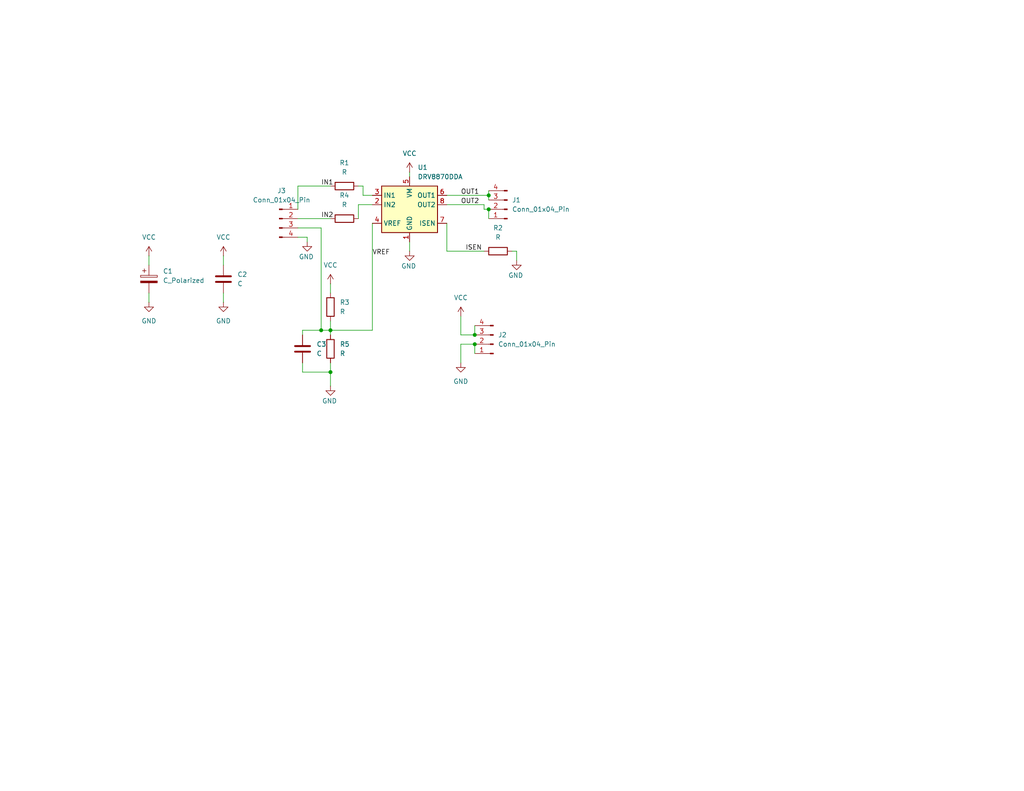
<source format=kicad_sch>
(kicad_sch (version 20250114) (generator "eeschema") (generator_version "9.0")
  (paper "USLetter")
  (title_block (title "PH 20240729") (date "2025-11-20"))
  (lib_symbols
    (symbol "Connector:Conn_01x04_Pin" (pin_names (offset 1.016) (hide yes))
      (property "Reference" "J" (at 0 5.08 0))
      (property "Value" "Conn_01x04_Pin" (at 0 -7.62 0))
      (symbol "Conn_01x04_Pin_1_1"
        (rectangle (start 0.8636 2.667) (end 0 2.413) (stroke (width 0.1524)) (fill (type outline)))
        (rectangle (start 0.8636 0.127) (end 0 -0.127) (stroke (width 0.1524)) (fill (type outline)))
        (rectangle (start 0.8636 -2.413) (end 0 -2.667) (stroke (width 0.1524)) (fill (type outline)))
        (rectangle (start 0.8636 -4.953) (end 0 -5.207) (stroke (width 0.1524)) (fill (type outline)))
        (polyline (pts (xy 1.27 2.54) (xy 0.8636 2.54)) (stroke (width 0.1524)))
        (polyline (pts (xy 1.27 0) (xy 0.8636 0)) (stroke (width 0.1524)))
        (polyline (pts (xy 1.27 -2.54) (xy 0.8636 -2.54)) (stroke (width 0.1524)))
        (polyline (pts (xy 1.27 -5.08) (xy 0.8636 -5.08)) (stroke (width 0.1524)))
        (pin passive line (at 5.08 2.54 180) (length 3.81) (name "Pin_1") (number "1"))
        (pin passive line (at 5.08 0 180) (length 3.81) (name "Pin_2") (number "2"))
        (pin passive line (at 5.08 -2.54 180) (length 3.81) (name "Pin_3") (number "3"))
        (pin passive line (at 5.08 -5.08 180) (length 3.81) (name "Pin_4") (number "4"))
      )
    )
    (symbol "Device:C" (pin_numbers (hide yes)) (pin_names (offset 0.254))
      (property "Reference" "C" (at 0.635 2.54 0))
      (property "Value" "C" (at 0.635 -2.54 0))
      (symbol "C_0_1"
        (polyline (pts (xy -2.032 0.762) (xy 2.032 0.762)) (stroke (width 0.508)))
        (polyline (pts (xy -2.032 -0.762) (xy 2.032 -0.762)) (stroke (width 0.508)))
      )
      (symbol "C_1_1"
        (pin passive line (at 0 3.81 270) (length 2.794) (name "~") (number "1"))
        (pin passive line (at 0 -3.81 90) (length 2.794) (name "~") (number "2"))
      )
    )
    (symbol "Device:C_Polarized" (pin_numbers (hide yes)) (pin_names (offset 0.254))
      (property "Reference" "C" (at 0.635 2.54 0))
      (property "Value" "C_Polarized" (at 0.635 -2.54 0))
      (symbol "C_Polarized_0_1"
        (rectangle (start -2.286 0.508) (end 2.286 1.016))
        (polyline (pts (xy -1.778 2.286) (xy -0.762 2.286)))
        (polyline (pts (xy -1.27 2.794) (xy -1.27 1.778)))
        (rectangle (start 2.286 -0.508) (end -2.286 -1.016) (fill (type outline)))
      )
      (symbol "C_Polarized_1_1"
        (pin passive line (at 0 3.81 270) (length 2.794) (name "~") (number "1"))
        (pin passive line (at 0 -3.81 90) (length 2.794) (name "~") (number "2"))
      )
    )
    (symbol "Device:R" (pin_numbers (hide yes)) (pin_names (offset 0))
      (property "Reference" "R" (at 2.032 0 90))
      (property "Value" "R" (at 0 0 90))
      (symbol "R_0_1"
        (rectangle (start -1.016 -2.54) (end 1.016 2.54) (stroke (width 0.254)))
      )
      (symbol "R_1_1"
        (pin passive line (at 0 3.81 270) (length 1.27) (name "~") (number "1"))
        (pin passive line (at 0 -3.81 90) (length 1.27) (name "~") (number "2"))
      )
    )
    (symbol "Driver_Motor:DRV8870DDA"
      (property "Reference" "U" (at -6.35 6.35 0))
      (property "Value" "DRV8870DDA" (at 8.89 6.35 0))
      (symbol "DRV8870DDA_0_1"
        (rectangle (start -7.62 5.08) (end 7.62 -7.62) (stroke (width 0.254)) (fill (type background)))
      )
      (symbol "DRV8870DDA_1_1"
        (pin input line (at -10.16 2.54 0) (length 2.54) (name "IN1") (number "3"))
        (pin input line (at -10.16 0 0) (length 2.54) (name "IN2") (number "2"))
        (pin input line (at -10.16 -5.08 0) (length 2.54) (name "VREF") (number "4"))
        (pin power_in line (at 0 7.62 270) (length 2.54) (name "VM") (number "5"))
        (pin power_in line (at 0 -10.16 90) (length 2.54) (name "GND") (number "1"))
        (pin passive line (at 0 -10.16 90) (length 2.54) (hide yes) (name "GND") (number "9"))
        (pin output line (at 10.16 2.54 180) (length 2.54) (name "OUT1") (number "6"))
        (pin output line (at 10.16 0 180) (length 2.54) (name "OUT2") (number "8"))
        (pin passive line (at 10.16 -5.08 180) (length 2.54) (name "ISEN") (number "7"))
      )
    )
    (symbol "power:GND" (power) (pin_numbers (hide yes)) (pin_names (offset 0) (hide yes))
      (property "Value" "GND" (at 0 -3.81 0))
      (symbol "GND_0_1"
        (polyline (pts (xy 0 0) (xy 0 -1.27) (xy 1.27 -1.27) (xy 0 -2.54) (xy -1.27 -1.27) (xy 0 -1.27)))
      )
      (symbol "GND_1_1"
        (pin power_in line (at 0 0 270) (length 0) (name "~") (number "1"))
      )
    )
    (symbol "power:VCC" (power) (pin_numbers (hide yes)) (pin_names (offset 0) (hide yes))
      (property "Value" "VCC" (at 0 3.556 0))
      (symbol "VCC_0_1"
        (polyline (pts (xy -0.762 1.27) (xy 0 2.54)))
        (polyline (pts (xy 0 2.54) (xy 0.762 1.27)))
        (polyline (pts (xy 0 0) (xy 0 2.54)))
      )
      (symbol "VCC_1_1"
        (pin power_in line (at 0 0 90) (length 0) (name "~") (number "1"))
      )
    )
  )
  (junction (at 129.54 91.44))
  (junction (at 90.17 101.6))
  (junction (at 129.54 93.98))
  (junction (at 133.35 57.15))
  (junction (at 90.17 90.17))
  (junction (at 133.35 53.34))
  (junction (at 87.63 90.17))
  (wire (pts (xy 111.76 46.99) (xy 111.76 48.26)))
  (wire (pts (xy 90.17 90.17) (xy 90.17 91.44)))
  (wire (pts (xy 99.06 50.8) (xy 99.06 53.34)))
  (wire (pts (xy 121.92 55.88) (xy 132.08 55.88)))
  (wire (pts (xy 125.73 86.36) (xy 125.73 91.44)))
  (wire (pts (xy 101.6 90.17) (xy 90.17 90.17)))
  (wire (pts (xy 132.08 55.88) (xy 132.08 57.15)))
  (wire (pts (xy 87.63 90.17) (xy 90.17 90.17)))
  (wire (pts (xy 129.54 88.9) (xy 129.54 91.44)))
  (wire (pts (xy 121.92 53.34) (xy 133.35 53.34)))
  (wire (pts (xy 83.82 64.77) (xy 83.82 66.04)))
  (wire (pts (xy 121.92 68.58) (xy 132.08 68.58)))
  (wire (pts (xy 90.17 99.06) (xy 90.17 101.6)))
  (wire (pts (xy 97.79 55.88) (xy 97.79 59.69)))
  (wire (pts (xy 133.35 59.69) (xy 133.35 57.15)))
  (wire (pts (xy 81.28 59.69) (xy 90.17 59.69)))
  (wire (pts (xy 121.92 68.58) (xy 121.92 60.96)))
  (wire (pts (xy 125.73 99.06) (xy 125.73 93.98)))
  (wire (pts (xy 90.17 77.47) (xy 90.17 80.01)))
  (wire (pts (xy 133.35 53.34) (xy 133.35 54.61)))
  (wire (pts (xy 90.17 101.6) (xy 90.17 105.41)))
  (wire (pts (xy 82.55 99.06) (xy 82.55 101.6)))
  (wire (pts (xy 139.7 68.58) (xy 140.97 68.58)))
  (wire (pts (xy 81.28 64.77) (xy 83.82 64.77)))
  (wire (pts (xy 40.64 69.85) (xy 40.64 72.39)))
  (wire (pts (xy 40.64 80.01) (xy 40.64 82.55)))
  (wire (pts (xy 111.76 66.04) (xy 111.76 68.58)))
  (wire (pts (xy 125.73 91.44) (xy 129.54 91.44)))
  (wire (pts (xy 60.96 69.85) (xy 60.96 72.39)))
  (wire (pts (xy 82.55 90.17) (xy 87.63 90.17)))
  (wire (pts (xy 129.54 93.98) (xy 129.54 96.52)))
  (wire (pts (xy 101.6 60.96) (xy 101.6 90.17)))
  (wire (pts (xy 81.28 50.8) (xy 90.17 50.8)))
  (wire (pts (xy 132.08 57.15) (xy 133.35 57.15)))
  (wire (pts (xy 101.6 55.88) (xy 97.79 55.88)))
  (wire (pts (xy 82.55 101.6) (xy 90.17 101.6)))
  (wire (pts (xy 60.96 80.01) (xy 60.96 82.55)))
  (wire (pts (xy 90.17 87.63) (xy 90.17 90.17)))
  (wire (pts (xy 82.55 91.44) (xy 82.55 90.17)))
  (wire (pts (xy 99.06 53.34) (xy 101.6 53.34)))
  (wire (pts (xy 87.63 62.23) (xy 87.63 90.17)))
  (wire (pts (xy 133.35 53.34) (xy 133.35 52.07)))
  (wire (pts (xy 81.28 62.23) (xy 87.63 62.23)))
  (wire (pts (xy 81.28 50.8) (xy 81.28 57.15)))
  (wire (pts (xy 97.79 50.8) (xy 99.06 50.8)))
  (wire (pts (xy 125.73 93.98) (xy 129.54 93.98)))
  (wire (pts (xy 140.97 68.58) (xy 140.97 71.12)))
  (label "VREF" (at 101.6 69.85 0))
  (label "IN2" (at 87.63 59.69 0))
  (label "OUT2" (at 125.73 55.88 0))
  (label "ISEN" (at 127 68.58 0))
  (label "IN1" (at 87.63 50.8 0))
  (label "OUT1" (at 125.73 53.34 0))
  (symbol (lib_id "Connector:Conn_01x04_Pin") (at 138.43 57.15 180) (unit 1)
    (property "Reference" "J1" (at 139.7 54.6099 0) (effects (justify right)))
    (property "Value" "Conn_01x04_Pin" (at 139.7 57.1499 0) (effects (justify right)))
    (property "Footprint" "Connector_PinHeader_2.54mm:PinHeader_1x04_P2.54mm_Vertical" (effects (hide yes)))
    (property "Description" "Generic connector, single row, 01x04, script generated" (effects (hide yes)))
  )
  (symbol (lib_id "power:VCC") (at 111.76 46.99 0) (unit 1)
    (property "Reference" "#PWR08" (effects (hide yes)))
    (property "Value" "VCC" (at 111.76 41.91 0))
    (property "Description" "Power symbol creates a global label with name \"VCC\"" (effects (hide yes)))
  )
  (symbol (lib_id "power:GND") (at 125.73 99.06 0) (unit 1)
    (property "Reference" "#PWR01" (effects (hide yes)))
    (property "Value" "GND" (at 125.73 104.14 0))
    (property "Description" "Power symbol creates a global label with name \"GND\" , ground" (effects (hide yes)))
  )
  (symbol (lib_id "Device:R") (at 90.17 83.82 0) (unit 1)
    (property "Reference" "R3" (at 92.71 82.5499 0) (effects (justify left)))
    (property "Value" "R" (at 92.71 85.0899 0) (effects (justify left)))
    (property "Footprint" "Resistor_SMD:R_0805_2012Metric" (effects (hide yes)))
    (property "Description" "Resistor" (effects (hide yes)))
  )
  (symbol (lib_id "power:VCC") (at 125.73 86.36 0) (unit 1)
    (property "Reference" "#PWR02" (effects (hide yes)))
    (property "Value" "VCC" (at 125.73 81.28 0))
    (property "Description" "Power symbol creates a global label with name \"VCC\"" (effects (hide yes)))
  )
  (symbol (lib_id "Device:C") (at 60.96 76.2 0) (unit 1)
    (property "Reference" "C2" (at 64.77 74.9299 0) (effects (justify left)))
    (property "Value" "C" (at 64.77 77.4699 0) (effects (justify left)))
    (property "Footprint" "Resistor_SMD:R_0805_2012Metric" (effects (hide yes)))
    (property "Description" "Unpolarized capacitor" (effects (hide yes)))
  )
  (symbol (lib_id "Device:R") (at 93.98 50.8 90) (unit 1)
    (property "Reference" "R1" (at 93.98 44.45 90))
    (property "Value" "R" (at 93.98 46.99 90))
    (property "Footprint" "Resistor_SMD:R_0805_2012Metric" (effects (hide yes)))
    (property "Description" "Resistor" (effects (hide yes)))
  )
  (symbol (lib_id "Device:R") (at 90.17 95.25 0) (unit 1)
    (property "Reference" "R5" (at 92.71 93.9799 0) (effects (justify left)))
    (property "Value" "R" (at 92.71 96.5199 0) (effects (justify left)))
    (property "Footprint" "Resistor_SMD:R_0805_2012Metric" (effects (hide yes)))
    (property "Description" "Resistor" (effects (hide yes)))
  )
  (symbol (lib_id "power:VCC") (at 60.96 69.85 0) (unit 1)
    (property "Reference" "#PWR06" (effects (hide yes)))
    (property "Value" "VCC" (at 60.96 64.77 0))
    (property "Description" "Power symbol creates a global label with name \"VCC\"" (effects (hide yes)))
  )
  (symbol (lib_id "Connector:Conn_01x04_Pin") (at 134.62 93.98 180) (unit 1)
    (property "Reference" "J2" (at 135.89 91.4399 0) (effects (justify right)))
    (property "Value" "Conn_01x04_Pin" (at 135.89 93.9799 0) (effects (justify right)))
    (property "Footprint" "Connector_PinHeader_2.54mm:PinHeader_1x04_P2.54mm_Vertical" (effects (hide yes)))
    (property "Description" "Generic connector, single row, 01x04, script generated" (effects (hide yes)))
  )
  (symbol (lib_id "Device:R") (at 135.89 68.58 90) (unit 1)
    (property "Reference" "R2" (at 135.89 62.23 90))
    (property "Value" "R" (at 135.89 64.77 90))
    (property "Footprint" "Capacitor_SMD:C_1206_3216Metric" (effects (hide yes)))
    (property "Description" "Resistor" (effects (hide yes)))
  )
  (symbol (lib_id "power:GND") (at 60.96 82.55 0) (unit 1)
    (property "Reference" "#PWR04" (effects (hide yes)))
    (property "Value" "GND" (at 60.96 87.63 0))
    (property "Description" "Power symbol creates a global label with name \"GND\" , ground" (effects (hide yes)))
  )
  (symbol (lib_id "power:GND") (at 40.64 82.55 0) (unit 1)
    (property "Reference" "#PWR03" (effects (hide yes)))
    (property "Value" "GND" (at 40.64 87.63 0))
    (property "Description" "Power symbol creates a global label with name \"GND\" , ground" (effects (hide yes)))
  )
  (symbol (lib_id "power:GND") (at 140.97 71.12 0) (unit 1)
    (property "Reference" "#PWR012" (effects (hide yes)))
    (property "Value" "GND" (at 140.716 75.184 0))
    (property "Description" "Power symbol creates a global label with name \"GND\" , ground" (effects (hide yes)))
  )
  (symbol (lib_id "power:GND") (at 111.76 68.58 0) (unit 1)
    (property "Reference" "#PWR07" (effects (hide yes)))
    (property "Value" "GND" (at 111.506 72.644 0))
    (property "Description" "Power symbol creates a global label with name \"GND\" , ground" (effects (hide yes)))
  )
  (symbol (lib_id "Device:C") (at 82.55 95.25 0) (unit 1)
    (property "Reference" "C3" (at 86.36 93.9799 0) (effects (justify left)))
    (property "Value" "C" (at 86.36 96.5199 0) (effects (justify left)))
    (property "Footprint" "Resistor_SMD:R_0805_2012Metric" (effects (hide yes)))
    (property "Description" "Unpolarized capacitor" (effects (hide yes)))
  )
  (symbol (lib_id "power:GND") (at 90.17 105.41 0) (unit 1)
    (property "Reference" "#PWR010" (effects (hide yes)))
    (property "Value" "GND" (at 89.916 109.474 0))
    (property "Description" "Power symbol creates a global label with name \"GND\" , ground" (effects (hide yes)))
  )
  (symbol (lib_id "power:VCC") (at 40.64 69.85 0) (unit 1)
    (property "Reference" "#PWR05" (effects (hide yes)))
    (property "Value" "VCC" (at 40.64 64.77 0))
    (property "Description" "Power symbol creates a global label with name \"VCC\"" (effects (hide yes)))
  )
  (symbol (lib_id "power:GND") (at 83.82 66.04 0) (unit 1)
    (property "Reference" "#PWR011" (effects (hide yes)))
    (property "Value" "GND" (at 83.566 70.104 0))
    (property "Description" "Power symbol creates a global label with name \"GND\" , ground" (effects (hide yes)))
  )
  (symbol (lib_id "Driver_Motor:DRV8870DDA") (at 111.76 55.88 0) (unit 1)
    (property "Reference" "U1" (at 113.9541 45.72 0) (effects (justify left)))
    (property "Value" "DRV8870DDA" (at 113.9541 48.26 0) (effects (justify left)))
    (property "Footprint" "Package_SO:Texas_HTSOP-8-1EP_3.9x4.9mm_P1.27mm_EP2.95x4.9mm_Mask2.4x3.1mm_ThermalVias" (effects (hide yes)))
    (property "Datasheet" "http://www.ti.com/lit/ds/symlink/drv8870.pdf" (effects (hide yes)))
    (property "Description" "Brushed DC Motor Driver, PWM Control, 45V, 3.6A, Dynamic current limiting, HTSOP-8" (effects (hide yes)))
  )
  (symbol (lib_id "power:VCC") (at 90.17 77.47 0) (unit 1)
    (property "Reference" "#PWR09" (effects (hide yes)))
    (property "Value" "VCC" (at 90.17 72.39 0))
    (property "Description" "Power symbol creates a global label with name \"VCC\"" (effects (hide yes)))
  )
  (symbol (lib_id "Device:C_Polarized") (at 40.64 76.2 0) (unit 1)
    (property "Reference" "C1" (at 44.45 74.0409 0) (effects (justify left)))
    (property "Value" "C_Polarized" (at 44.45 76.5809 0) (effects (justify left)))
    (property "Footprint" "Capacitor_SMD:CP_Elec_8x10.5" (effects (hide yes)))
    (property "Description" "Polarized capacitor" (effects (hide yes)))
  )
  (symbol (lib_id "Device:R") (at 93.98 59.69 90) (unit 1)
    (property "Reference" "R4" (at 93.98 53.34 90))
    (property "Value" "R" (at 93.98 55.88 90))
    (property "Footprint" "Resistor_SMD:R_0805_2012Metric" (effects (hide yes)))
    (property "Description" "Resistor" (effects (hide yes)))
  )
  (symbol (lib_id "Connector:Conn_01x04_Pin") (at 76.2 59.69 0) (unit 1)
    (property "Reference" "J3" (at 76.835 52.07 0))
    (property "Value" "Conn_01x04_Pin" (at 76.835 54.61 0))
    (property "Footprint" "Connector_PinHeader_2.54mm:PinHeader_1x04_P2.54mm_Vertical" (effects (hide yes)))
    (property "Description" "Generic connector, single row, 01x04, script generated" (effects (hide yes)))
  )
)
</source>
